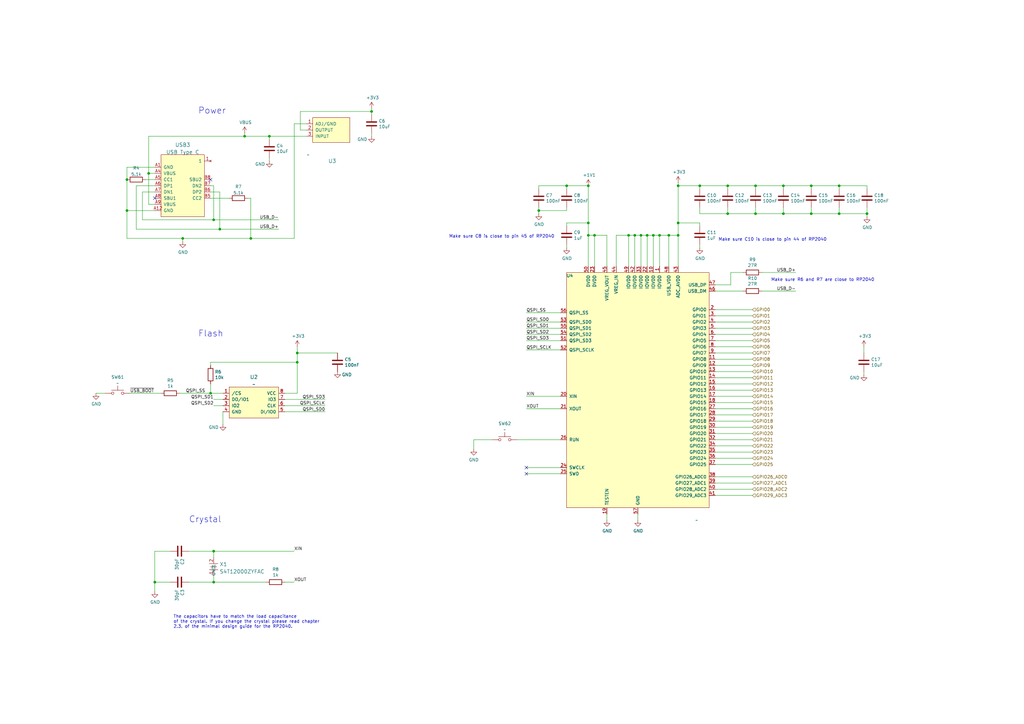
<source format=kicad_sch>
(kicad_sch (version 20230121) (generator eeschema)
  (paper "A3")
  (title_block (title "RP2040 Minimal Design for Keebs") (date "2022-12-18") (rev "2.0") (comment 1 "Original design by Adafruit") (comment 2 "Additional changes to use it as a reusable sheet for keyboard layouts") (comment 3 "https://datasheets.raspberrypi.com/rp2040/Minimal-KiCAD.zip"))
  (lib_symbols
    (symbol "Device:C" (pin_numbers hide) (pin_names (offset 0.254))
      (property "Reference" "C" (at 0.635 2.54 0))
      (property "Value" "C" (at 0.635 -2.54 0))
      (symbol "C_0_1"
        (polyline (pts (xy -2.032 -0.762) (xy 2.032 -0.762)) (stroke (width 0.508)))
        (polyline (pts (xy -2.032 0.762) (xy 2.032 0.762)) (stroke (width 0.508)))
      )
      (symbol "C_1_1"
        (pin passive line (at 0 3.81 270) (length 2.794) (name "~") (number "1"))
        (pin passive line (at 0 -3.81 90) (length 2.794) (name "~") (number "2"))
      )
    )
    (symbol "Device:R" (pin_numbers hide) (pin_names (offset 0))
      (property "Reference" "R" (at 2.032 0 90))
      (property "Value" "R" (at 0 0 90))
      (symbol "R_0_1"
        (rectangle (start -1.016 -2.54) (end 1.016 2.54) (stroke (width 0.254)))
      )
      (symbol "R_1_1"
        (pin passive line (at 0 3.81 270) (length 1.27) (name "~") (number "1"))
        (pin passive line (at 0 -3.81 90) (length 1.27) (name "~") (number "2"))
      )
    )
    (symbol "Switch:SW_Push" (pin_numbers hide) (pin_names (offset 1.016) hide)
      (property "Reference" "SW" (at 1.27 2.54 0))
      (property "Value" "SW_Push" (at 0 -1.524 0))
      (symbol "SW_Push_0_1"
        (circle (center -2.032 0) (radius 0.508))
        (polyline (pts (xy 0 1.27) (xy 0 3.048)))
        (polyline (pts (xy 2.54 1.27) (xy -2.54 1.27)))
        (circle (center 2.032 0) (radius 0.508))
        (pin passive line (at -5.08 0 0) (length 2.54) (name "1") (number "1"))
        (pin passive line (at 5.08 0 180) (length 2.54) (name "2") (number "2"))
      )
    )
    (symbol "power:+1V1" (power) (pin_names (offset 0))
      (property "Value" "+1V1" (at 0 3.556 0))
      (symbol "+1V1_0_1"
        (polyline (pts (xy -0.762 1.27) (xy 0 2.54)))
        (polyline (pts (xy 0 0) (xy 0 2.54)))
        (polyline (pts (xy 0 2.54) (xy 0.762 1.27)))
      )
      (symbol "+1V1_1_1"
        (pin power_in line (at 0 0 90) (length 0) hide (name "+1V1") (number "1"))
      )
    )
    (symbol "power:+3V3" (power) (pin_names (offset 0))
      (property "Value" "+3V3" (at 0 3.556 0))
      (symbol "+3V3_0_1"
        (polyline (pts (xy -0.762 1.27) (xy 0 2.54)))
        (polyline (pts (xy 0 0) (xy 0 2.54)))
        (polyline (pts (xy 0 2.54) (xy 0.762 1.27)))
      )
      (symbol "+3V3_1_1"
        (pin power_in line (at 0 0 90) (length 0) hide (name "+3V3") (number "1"))
      )
    )
    (symbol "power:GND" (power) (pin_names (offset 0))
      (property "Value" "GND" (at 0 -3.81 0))
      (symbol "GND_0_1"
        (polyline (pts (xy 0 0) (xy 0 -1.27) (xy 1.27 -1.27) (xy 0 -2.54) (xy -1.27 -1.27) (xy 0 -1.27)))
      )
      (symbol "GND_1_1"
        (pin power_in line (at 0 0 270) (length 0) hide (name "GND") (number "1"))
      )
    )
    (symbol "power:VBUS" (power) (pin_names (offset 0))
      (property "Value" "VBUS" (at 0 3.81 0))
      (symbol "VBUS_0_1"
        (polyline (pts (xy -0.762 1.27) (xy 0 2.54)))
        (polyline (pts (xy 0 0) (xy 0 2.54)))
        (polyline (pts (xy 0 2.54) (xy 0.762 1.27)))
      )
      (symbol "VBUS_1_1"
        (pin power_in line (at 0 0 90) (length 0) hide (name "VBUS") (number "1"))
      )
    )
    (symbol "simplyKeeb:NCP1117ST33T3G (Step Down)" (pin_names (offset 1.016))
      (property "Reference" "U?" (at 0 8.89 0))
      (property "Value" "NCP1117ST33T3G (Step Down)" (at 0 -8.89 0))
      (symbol "NCP1117ST33T3G (Step Down)_1_1"
        (rectangle (start -7.62 6.35) (end 7.62 -3.81) (fill (type background)))
        (pin power_in line (at -10.16 3.81 0) (length 2.54) (name "ADJ/GND") (number "1"))
        (pin power_out line (at -10.16 1.27 0) (length 2.54) (name "OUTPUT") (number "2"))
        (pin power_in line (at -10.16 -1.27 0) (length 2.54) (name "INPUT") (number "3"))
      )
    )
    (symbol "simplyKeeb:RP2040" (pin_names (offset 1.016))
      (property "Reference" "U?" (at 0 58.42 0))
      (property "Value" "RP2040" (at 0 -53.34 0))
      (symbol "RP2040_1_1"
        (rectangle (start -29.21 50.8) (end 29.21 -45.72) (fill (type background)))
        (pin input line (at 8.89 53.34 270) (length 2.54) (name "IOVDD") (number "1"))
        (pin input line (at 6.35 53.34 270) (length 2.54) (name "IOVDD") (number "10"))
        (pin bidirectional line (at 31.75 15.24 180) (length 2.54) (name "GPIO8") (number "11"))
        (pin bidirectional line (at 31.75 12.7 180) (length 2.54) (name "GPIO9") (number "12"))
        (pin bidirectional line (at 31.75 10.16 180) (length 2.54) (name "GPIO10") (number "13"))
        (pin bidirectional line (at 31.75 7.62 180) (length 2.54) (name "GPIO11") (number "14"))
        (pin bidirectional line (at 31.75 5.08 180) (length 2.54) (name "GPIO12") (number "15"))
        (pin bidirectional line (at 31.75 2.54 180) (length 2.54) (name "GPIO13") (number "16"))
        (pin bidirectional line (at 31.75 0 180) (length 2.54) (name "GPIO14") (number "17"))
        (pin bidirectional line (at 31.75 -2.54 180) (length 2.54) (name "GPIO15") (number "18"))
        (pin passive line (at -12.7 -48.26 90) (length 2.54) (name "TESTEN") (number "19"))
        (pin bidirectional line (at 31.75 35.56 180) (length 2.54) (name "GPIO0") (number "2"))
        (pin input line (at -31.75 0 0) (length 2.54) (name "XIN") (number "20"))
        (pin output line (at -31.75 -5.08 0) (length 2.54) (name "XOUT") (number "21"))
        (pin input line (at 3.81 53.34 270) (length 2.54) (name "IOVDD") (number "22"))
        (pin input line (at -17.78 53.34 270) (length 2.54) (name "DVDD") (number "23"))
        (pin output line (at -31.75 -29.21 0) (length 2.54) (name "SWCLK") (number "24"))
        (pin bidirectional line (at -31.75 -31.75 0) (length 2.54) (name "SWD") (number "25"))
        (pin input line (at -31.75 -17.78 0) (length 2.54) (name "RUN") (number "26"))
        (pin bidirectional line (at 31.75 -5.08 180) (length 2.54) (name "GPIO16") (number "27"))
        (pin bidirectional line (at 31.75 -7.62 180) (length 2.54) (name "GPIO17") (number "28"))
        (pin bidirectional line (at 31.75 -10.16 180) (length 2.54) (name "GPIO18") (number "29"))
        (pin bidirectional line (at 31.75 33.02 180) (length 2.54) (name "GPIO1") (number "3"))
        (pin bidirectional line (at 31.75 -12.7 180) (length 2.54) (name "GPIO19") (number "30"))
        (pin bidirectional line (at 31.75 -15.24 180) (length 2.54) (name "GPIO20") (number "31"))
        (pin bidirectional line (at 31.75 -17.78 180) (length 2.54) (name "GPIO21") (number "32"))
        (pin input line (at 1.27 53.34 270) (length 2.54) (name "IOVDD") (number "33"))
        (pin bidirectional line (at 31.75 -20.32 180) (length 2.54) (name "GPIO22") (number "34"))
        (pin bidirectional line (at 31.75 -22.86 180) (length 2.54) (name "GPIO23") (number "35"))
        (pin bidirectional line (at 31.75 -25.4 180) (length 2.54) (name "GPIO24") (number "36"))
        (pin bidirectional line (at 31.75 -27.94 180) (length 2.54) (name "GPIO25") (number "37"))
        (pin bidirectional line (at 31.75 -33.02 180) (length 2.54) (name "GPIO26_ADC0") (number "38"))
        (pin bidirectional line (at 31.75 -35.56 180) (length 2.54) (name "GPIO27_ADC1") (number "39"))
        (pin bidirectional line (at 31.75 30.48 180) (length 2.54) (name "GPIO2") (number "4"))
        (pin bidirectional line (at 31.75 -38.1 180) (length 2.54) (name "GPIO28_ADC2") (number "40"))
        (pin bidirectional line (at 31.75 -40.64 180) (length 2.54) (name "GPIO29_ADC3") (number "41"))
        (pin input line (at -1.27 53.34 270) (length 2.54) (name "IOVDD") (number "42"))
        (pin input line (at 16.51 53.34 270) (length 2.54) (name "ADC_AVDD") (number "43"))
        (pin input line (at -8.89 53.34 270) (length 2.54) (name "VREG_IN") (number "44"))
        (pin input line (at -12.7 53.34 270) (length 2.54) (name "VREG_VOUT") (number "45"))
        (pin bidirectional line (at 31.75 43.18 180) (length 2.54) (name "USB_DM") (number "46"))
        (pin bidirectional line (at 31.75 45.72 180) (length 2.54) (name "USB_DP") (number "47"))
        (pin input line (at 12.7 53.34 270) (length 2.54) (name "USB_VDD") (number "48"))
        (pin input line (at -3.81 53.34 270) (length 2.54) (name "IOVDD") (number "49"))
        (pin bidirectional line (at 31.75 27.94 180) (length 2.54) (name "GPIO3") (number "5"))
        (pin input line (at -20.32 53.34 270) (length 2.54) (name "DVDD") (number "50"))
        (pin bidirectional line (at -31.75 22.86 0) (length 2.54) (name "QSPI_SD3") (number "51"))
        (pin output line (at -31.75 19.05 0) (length 2.54) (name "QSPI_SCLK") (number "52"))
        (pin bidirectional line (at -31.75 30.48 0) (length 2.54) (name "QSPI_SD0") (number "53"))
        (pin bidirectional line (at -31.75 25.4 0) (length 2.54) (name "QSPI_SD2") (number "54"))
        (pin bidirectional line (at -31.75 27.94 0) (length 2.54) (name "QSPI_SD1") (number "55"))
        (pin bidirectional line (at -31.75 34.29 0) (length 2.54) (name "QSPI_SS") (number "56"))
        (pin power_in line (at 0 -48.26 90) (length 2.54) (name "GND") (number "57"))
        (pin bidirectional line (at 31.75 25.4 180) (length 2.54) (name "GPIO4") (number "6"))
        (pin bidirectional line (at 31.75 22.86 180) (length 2.54) (name "GPIO5") (number "7"))
        (pin bidirectional line (at 31.75 20.32 180) (length 2.54) (name "GPIO6") (number "8"))
        (pin bidirectional line (at 31.75 17.78 180) (length 2.54) (name "GPIO7") (number "9"))
      )
    )
    (symbol "simplyKeeb:S4T12000ZYFAC (Crystal)" (pin_names (offset 1.016))
      (property "Reference" "X?" (at 0 5.08 0))
      (property "Value" "S4T12000ZYFAC (Crystal)" (at 0 -5.08 0))
      (symbol "S4T12000ZYFAC (Crystal)_1_1"
        (polyline (pts (xy -1.27 -1.778) (xy -1.27 1.778)))
        (polyline (pts (xy 1.27 -1.778) (xy 1.27 1.778)))
        (rectangle (start 0 1.27) (end 0 -1.27) (fill (type background)))
        (pin input line (at -3.81 0 0) (length 2.54) (name "1") (number "1"))
        (pin input line (at 3.81 0 180) (length 2.54) (name "GND") (number "2"))
      )
    )
    (symbol "simplyKeeb:USB Type C" (pin_names (offset 1.016))
      (property "Reference" "USB?" (at 0 16.51 0))
      (property "Value" "USB Type C" (at 0 -13.97 0))
      (symbol "USB Type C_1_1"
        (rectangle (start -8.89 13.97) (end 8.89 -11.43) (fill (type background)))
        (pin no_connect line (at 11.43 11.43 180) (length 2.54) (name "1") (number "1"))
        (pin power_in line (at -11.43 8.89 0) (length 2.54) (name "GND") (number "A1"))
        (pin power_in line (at -11.43 -8.89 0) (length 2.54) (name "GND") (number "A12"))
        (pin power_in line (at -11.43 6.35 0) (length 2.54) (name "VBUS") (number "A4"))
        (pin output line (at -11.43 3.81 0) (length 2.54) (name "CC1") (number "A5"))
        (pin bidirectional line (at -11.43 1.27 0) (length 2.54) (name "DP1") (number "A6"))
        (pin bidirectional line (at -11.43 -1.27 0) (length 2.54) (name "DN1") (number "A7"))
        (pin bidirectional line (at -11.43 -3.81 0) (length 2.54) (name "SBU1") (number "A8"))
        (pin power_in line (at -11.43 -6.35 0) (length 2.54) (name "VBUS") (number "A9"))
        (pin output line (at 11.43 -3.81 180) (length 2.54) (name "CC2") (number "B5"))
        (pin bidirectional line (at 11.43 -1.27 180) (length 2.54) (name "DP2") (number "B6"))
        (pin bidirectional line (at 11.43 1.27 180) (length 2.54) (name "DN2") (number "B7"))
        (pin bidirectional line (at 11.43 3.81 180) (length 2.54) (name "SBU2") (number "B8"))
      )
    )
    (symbol "simplyKeeb:W25Q16JVSSIQ (Flash)" (pin_names (offset 1.016))
      (property "Reference" "U?" (at 0 8.89 0))
      (property "Value" "W25Q16JVSSIQ (Flash)" (at 0 -8.89 0))
      (symbol "W25Q16JVSSIQ (Flash)_1_1"
        (rectangle (start -10.16 6.35) (end 10.16 -6.35) (fill (type background)))
        (pin bidirectional line (at -12.7 3.81 0) (length 2.54) (name "/CS") (number "1"))
        (pin bidirectional line (at -12.7 1.27 0) (length 2.54) (name "DO/IO1") (number "2"))
        (pin bidirectional line (at -12.7 -1.27 0) (length 2.54) (name "IO2") (number "3"))
        (pin power_in line (at -12.7 -3.81 0) (length 2.54) (name "GND") (number "4"))
        (pin bidirectional line (at 12.7 -3.81 180) (length 2.54) (name "DI/IO0") (number "5"))
        (pin bidirectional line (at 12.7 -1.27 180) (length 2.54) (name "CLK") (number "6"))
        (pin bidirectional line (at 12.7 1.27 180) (length 2.54) (name "IO3") (number "7"))
        (pin power_in line (at 12.7 3.81 180) (length 2.54) (name "VCC") (number "8"))
      )
    )
  )
  (junction (at 243.84 96.52))
  (junction (at 344.17 87.63))
  (junction (at 321.31 87.63))
  (junction (at 241.3 96.52))
  (junction (at 232.41 76.2))
  (junction (at 102.87 97.79))
  (junction (at 87.63 90.17))
  (junction (at 309.88 87.63))
  (junction (at 121.92 148.59))
  (junction (at 298.45 76.2))
  (junction (at 355.6 87.63))
  (junction (at 262.89 96.52))
  (junction (at 332.74 76.2))
  (junction (at 298.45 87.63))
  (junction (at 152.4 45.72))
  (junction (at 90.17 93.98))
  (junction (at 332.74 87.63))
  (junction (at 278.13 91.44))
  (junction (at 110.49 55.88))
  (junction (at 121.92 144.78))
  (junction (at 265.43 96.52))
  (junction (at 86.36 161.29))
  (junction (at 87.63 238.76))
  (junction (at 344.17 76.2))
  (junction (at 63.5 238.76))
  (junction (at 220.98 86.36))
  (junction (at 257.81 96.52))
  (junction (at 60.96 71.12))
  (junction (at 270.51 96.52))
  (junction (at 241.3 91.44))
  (junction (at 278.13 96.52))
  (junction (at 100.33 55.88))
  (junction (at 52.07 86.36))
  (junction (at 321.31 76.2))
  (junction (at 87.63 226.06))
  (junction (at 52.07 73.66))
  (junction (at 309.88 76.2))
  (junction (at 287.02 76.2))
  (junction (at 267.97 96.52))
  (junction (at 74.93 97.79))
  (junction (at 278.13 76.2))
  (junction (at 260.35 96.52))
  (junction (at 274.32 96.52))
  (junction (at 241.3 76.2))
  (no_connect (at 63.5 81.28))
  (no_connect (at 215.9 194.31))
  (no_connect (at 215.9 191.77))
  (no_connect (at 86.36 73.66))
  (wire (pts (xy 243.84 96.52) (xy 241.3 96.52)))
  (wire (pts (xy 260.35 96.52) (xy 262.89 96.52)))
  (wire (pts (xy 220.98 85.09) (xy 220.98 86.36)))
  (wire (pts (xy 123.19 45.72) (xy 152.4 45.72)))
  (wire (pts (xy 293.37 175.26) (xy 308.61 175.26)))
  (wire (pts (xy 248.92 96.52) (xy 243.84 96.52)))
  (wire (pts (xy 293.37 170.18) (xy 308.61 170.18)))
  (wire (pts (xy 101.6 81.28) (xy 102.87 81.28)))
  (wire (pts (xy 52.07 86.36) (xy 63.5 86.36)))
  (wire (pts (xy 63.5 83.82) (xy 60.96 83.82)))
  (wire (pts (xy 293.37 132.08) (xy 308.61 132.08)))
  (wire (pts (xy 87.63 226.06) (xy 120.65 226.06)))
  (wire (pts (xy 321.31 77.47) (xy 321.31 76.2)))
  (wire (pts (xy 194.31 180.34) (xy 194.31 184.15)))
  (wire (pts (xy 252.73 109.22) (xy 252.73 96.52)))
  (wire (pts (xy 116.84 161.29) (xy 121.92 161.29)))
  (wire (pts (xy 270.51 96.52) (xy 270.51 109.22)))
  (wire (pts (xy 293.37 162.56) (xy 308.61 162.56)))
  (wire (pts (xy 86.36 78.74) (xy 90.17 78.74)))
  (wire (pts (xy 299.72 111.76) (xy 299.72 116.84)))
  (wire (pts (xy 52.07 86.36) (xy 52.07 97.79)))
  (wire (pts (xy 86.36 157.48) (xy 86.36 161.29)))
  (wire (pts (xy 87.63 163.83) (xy 91.44 163.83)))
  (wire (pts (xy 257.81 96.52) (xy 260.35 96.52)))
  (wire (pts (xy 215.9 134.62) (xy 229.87 134.62)))
  (wire (pts (xy 261.62 210.82) (xy 261.62 213.36)))
  (wire (pts (xy 241.3 76.2) (xy 241.3 91.44)))
  (wire (pts (xy 354.33 142.24) (xy 354.33 144.78)))
  (wire (pts (xy 278.13 76.2) (xy 287.02 76.2)))
  (wire (pts (xy 229.87 143.51) (xy 215.9 143.51)))
  (wire (pts (xy 110.49 57.15) (xy 110.49 55.88)))
  (wire (pts (xy 274.32 109.22) (xy 274.32 96.52)))
  (wire (pts (xy 293.37 134.62) (xy 308.61 134.62)))
  (wire (pts (xy 121.92 148.59) (xy 121.92 161.29)))
  (wire (pts (xy 287.02 92.71) (xy 287.02 91.44)))
  (wire (pts (xy 74.93 97.79) (xy 74.93 99.06)))
  (wire (pts (xy 293.37 160.02) (xy 308.61 160.02)))
  (wire (pts (xy 287.02 100.33) (xy 287.02 101.6)))
  (wire (pts (xy 87.63 226.06) (xy 87.63 228.6)))
  (wire (pts (xy 293.37 154.94) (xy 308.61 154.94)))
  (wire (pts (xy 86.36 148.59) (xy 121.92 148.59)))
  (wire (pts (xy 344.17 87.63) (xy 332.74 87.63)))
  (wire (pts (xy 86.36 161.29) (xy 91.44 161.29)))
  (wire (pts (xy 121.92 144.78) (xy 138.43 144.78)))
  (wire (pts (xy 125.73 53.34) (xy 123.19 53.34)))
  (wire (pts (xy 229.87 167.64) (xy 215.9 167.64)))
  (wire (pts (xy 87.63 238.76) (xy 109.22 238.76)))
  (wire (pts (xy 321.31 85.09) (xy 321.31 87.63)))
  (wire (pts (xy 293.37 129.54) (xy 308.61 129.54)))
  (wire (pts (xy 278.13 91.44) (xy 278.13 96.52)))
  (wire (pts (xy 52.07 68.58) (xy 52.07 73.66)))
  (wire (pts (xy 260.35 109.22) (xy 260.35 96.52)))
  (wire (pts (xy 298.45 77.47) (xy 298.45 76.2)))
  (wire (pts (xy 55.88 76.2) (xy 55.88 93.98)))
  (wire (pts (xy 248.92 109.22) (xy 248.92 96.52)))
  (wire (pts (xy 58.42 78.74) (xy 58.42 90.17)))
  (wire (pts (xy 232.41 91.44) (xy 241.3 91.44)))
  (wire (pts (xy 152.4 45.72) (xy 152.4 44.45)))
  (wire (pts (xy 293.37 165.1) (xy 308.61 165.1)))
  (wire (pts (xy 152.4 46.99) (xy 152.4 45.72)))
  (wire (pts (xy 52.07 73.66) (xy 52.07 86.36)))
  (wire (pts (xy 116.84 238.76) (xy 120.65 238.76)))
  (wire (pts (xy 120.65 50.8) (xy 125.73 50.8)))
  (wire (pts (xy 232.41 77.47) (xy 232.41 76.2)))
  (wire (pts (xy 257.81 109.22) (xy 257.81 96.52)))
  (wire (pts (xy 63.5 78.74) (xy 58.42 78.74)))
  (wire (pts (xy 116.84 163.83) (xy 133.35 163.83)))
  (wire (pts (xy 63.5 226.06) (xy 63.5 238.76)))
  (wire (pts (xy 293.37 180.34) (xy 308.61 180.34)))
  (wire (pts (xy 90.17 78.74) (xy 90.17 93.98)))
  (wire (pts (xy 220.98 77.47) (xy 220.98 76.2)))
  (wire (pts (xy 344.17 85.09) (xy 344.17 87.63)))
  (wire (pts (xy 215.9 162.56) (xy 229.87 162.56)))
  (wire (pts (xy 293.37 198.12) (xy 308.61 198.12)))
  (wire (pts (xy 293.37 116.84) (xy 299.72 116.84)))
  (wire (pts (xy 220.98 76.2) (xy 232.41 76.2)))
  (wire (pts (xy 87.63 166.37) (xy 91.44 166.37)))
  (wire (pts (xy 87.63 90.17) (xy 114.3 90.17)))
  (wire (pts (xy 63.5 238.76) (xy 63.5 242.57)))
  (wire (pts (xy 267.97 109.22) (xy 267.97 96.52)))
  (wire (pts (xy 298.45 85.09) (xy 298.45 87.63)))
  (wire (pts (xy 86.36 76.2) (xy 87.63 76.2)))
  (wire (pts (xy 262.89 109.22) (xy 262.89 96.52)))
  (wire (pts (xy 229.87 191.77) (xy 215.9 191.77)))
  (wire (pts (xy 274.32 96.52) (xy 278.13 96.52)))
  (wire (pts (xy 293.37 195.58) (xy 308.61 195.58)))
  (wire (pts (xy 298.45 87.63) (xy 287.02 87.63)))
  (wire (pts (xy 63.5 76.2) (xy 55.88 76.2)))
  (wire (pts (xy 69.85 226.06) (xy 63.5 226.06)))
  (wire (pts (xy 60.96 55.88) (xy 100.33 55.88)))
  (wire (pts (xy 312.42 111.76) (xy 326.39 111.76)))
  (wire (pts (xy 69.85 238.76) (xy 63.5 238.76)))
  (wire (pts (xy 252.73 96.52) (xy 257.81 96.52)))
  (wire (pts (xy 215.9 132.08) (xy 229.87 132.08)))
  (wire (pts (xy 293.37 177.8) (xy 308.61 177.8)))
  (wire (pts (xy 220.98 86.36) (xy 232.41 86.36)))
  (wire (pts (xy 215.9 137.16) (xy 229.87 137.16)))
  (wire (pts (xy 232.41 100.33) (xy 232.41 101.6)))
  (wire (pts (xy 100.33 55.88) (xy 110.49 55.88)))
  (wire (pts (xy 293.37 203.2) (xy 308.61 203.2)))
  (wire (pts (xy 110.49 64.77) (xy 110.49 66.04)))
  (wire (pts (xy 102.87 81.28) (xy 102.87 97.79)))
  (wire (pts (xy 77.47 226.06) (xy 87.63 226.06)))
  (wire (pts (xy 293.37 182.88) (xy 308.61 182.88)))
  (wire (pts (xy 123.19 45.72) (xy 123.19 53.34)))
  (wire (pts (xy 39.37 161.29) (xy 43.18 161.29)))
  (wire (pts (xy 293.37 157.48) (xy 308.61 157.48)))
  (wire (pts (xy 77.47 238.76) (xy 87.63 238.76)))
  (wire (pts (xy 60.96 71.12) (xy 60.96 55.88)))
  (wire (pts (xy 229.87 128.27) (xy 215.9 128.27)))
  (wire (pts (xy 116.84 168.91) (xy 133.35 168.91)))
  (wire (pts (xy 355.6 77.47) (xy 355.6 76.2)))
  (wire (pts (xy 293.37 172.72) (xy 308.61 172.72)))
  (wire (pts (xy 63.5 71.12) (xy 60.96 71.12)))
  (wire (pts (xy 241.3 91.44) (xy 241.3 96.52)))
  (wire (pts (xy 344.17 87.63) (xy 355.6 87.63)))
  (wire (pts (xy 229.87 194.31) (xy 215.9 194.31)))
  (wire (pts (xy 312.42 119.38) (xy 326.39 119.38)))
  (wire (pts (xy 90.17 93.98) (xy 114.3 93.98)))
  (wire (pts (xy 232.41 76.2) (xy 241.3 76.2)))
  (wire (pts (xy 293.37 185.42) (xy 308.61 185.42)))
  (wire (pts (xy 66.04 161.29) (xy 53.34 161.29)))
  (wire (pts (xy 332.74 76.2) (xy 344.17 76.2)))
  (wire (pts (xy 270.51 96.52) (xy 274.32 96.52)))
  (wire (pts (xy 354.33 152.4) (xy 354.33 153.67)))
  (wire (pts (xy 91.44 168.91) (xy 91.44 173.99)))
  (wire (pts (xy 344.17 76.2) (xy 355.6 76.2)))
  (wire (pts (xy 267.97 96.52) (xy 270.51 96.52)))
  (wire (pts (xy 60.96 71.12) (xy 60.96 83.82)))
  (wire (pts (xy 73.66 161.29) (xy 86.36 161.29)))
  (wire (pts (xy 121.92 144.78) (xy 121.92 148.59)))
  (wire (pts (xy 87.63 76.2) (xy 87.63 90.17)))
  (wire (pts (xy 243.84 109.22) (xy 243.84 96.52)))
  (wire (pts (xy 86.36 148.59) (xy 86.36 149.86)))
  (wire (pts (xy 293.37 152.4) (xy 308.61 152.4)))
  (wire (pts (xy 332.74 85.09) (xy 332.74 87.63)))
  (wire (pts (xy 278.13 91.44) (xy 287.02 91.44)))
  (wire (pts (xy 293.37 149.86) (xy 308.61 149.86)))
  (wire (pts (xy 262.89 96.52) (xy 265.43 96.52)))
  (wire (pts (xy 152.4 54.61) (xy 152.4 55.88)))
  (wire (pts (xy 293.37 190.5) (xy 308.61 190.5)))
  (wire (pts (xy 355.6 85.09) (xy 355.6 87.63)))
  (wire (pts (xy 287.02 85.09) (xy 287.02 87.63)))
  (wire (pts (xy 100.33 54.61) (xy 100.33 55.88)))
  (wire (pts (xy 241.3 96.52) (xy 241.3 109.22)))
  (wire (pts (xy 293.37 144.78) (xy 308.61 144.78)))
  (wire (pts (xy 321.31 87.63) (xy 309.88 87.63)))
  (wire (pts (xy 110.49 55.88) (xy 125.73 55.88)))
  (wire (pts (xy 293.37 167.64) (xy 308.61 167.64)))
  (wire (pts (xy 309.88 87.63) (xy 298.45 87.63)))
  (wire (pts (xy 248.92 210.82) (xy 248.92 213.36)))
  (wire (pts (xy 287.02 77.47) (xy 287.02 76.2)))
  (wire (pts (xy 332.74 77.47) (xy 332.74 76.2)))
  (wire (pts (xy 102.87 97.79) (xy 120.65 97.79)))
  (wire (pts (xy 86.36 81.28) (xy 93.98 81.28)))
  (wire (pts (xy 87.63 236.22) (xy 87.63 238.76)))
  (wire (pts (xy 293.37 139.7) (xy 308.61 139.7)))
  (wire (pts (xy 58.42 90.17) (xy 87.63 90.17)))
  (wire (pts (xy 293.37 137.16) (xy 308.61 137.16)))
  (wire (pts (xy 74.93 97.79) (xy 102.87 97.79)))
  (wire (pts (xy 278.13 76.2) (xy 278.13 91.44)))
  (wire (pts (xy 293.37 142.24) (xy 308.61 142.24)))
  (wire (pts (xy 215.9 139.7) (xy 229.87 139.7)))
  (wire (pts (xy 212.09 180.34) (xy 229.87 180.34)))
  (wire (pts (xy 278.13 74.93) (xy 278.13 76.2)))
  (wire (pts (xy 299.72 111.76) (xy 304.8 111.76)))
  (wire (pts (xy 120.65 50.8) (xy 120.65 97.79)))
  (wire (pts (xy 344.17 77.47) (xy 344.17 76.2)))
  (wire (pts (xy 355.6 87.63) (xy 355.6 88.9)))
  (wire (pts (xy 293.37 187.96) (xy 308.61 187.96)))
  (wire (pts (xy 55.88 93.98) (xy 90.17 93.98)))
  (wire (pts (xy 332.74 87.63) (xy 321.31 87.63)))
  (wire (pts (xy 265.43 96.52) (xy 267.97 96.52)))
  (wire (pts (xy 121.92 142.24) (xy 121.92 144.78)))
  (wire (pts (xy 116.84 166.37) (xy 133.35 166.37)))
  (wire (pts (xy 278.13 96.52) (xy 278.13 109.22)))
  (wire (pts (xy 321.31 76.2) (xy 332.74 76.2)))
  (wire (pts (xy 309.88 76.2) (xy 321.31 76.2)))
  (wire (pts (xy 309.88 85.09) (xy 309.88 87.63)))
  (wire (pts (xy 293.37 147.32) (xy 308.61 147.32)))
  (wire (pts (xy 293.37 200.66) (xy 308.61 200.66)))
  (wire (pts (xy 220.98 86.36) (xy 220.98 87.63)))
  (wire (pts (xy 194.31 180.34) (xy 201.93 180.34)))
  (wire (pts (xy 59.69 73.66) (xy 63.5 73.66)))
  (wire (pts (xy 232.41 86.36) (xy 232.41 85.09)))
  (wire (pts (xy 52.07 97.79) (xy 74.93 97.79)))
  (wire (pts (xy 232.41 92.71) (xy 232.41 91.44)))
  (wire (pts (xy 309.88 77.47) (xy 309.88 76.2)))
  (wire (pts (xy 293.37 119.38) (xy 304.8 119.38)))
  (wire (pts (xy 298.45 76.2) (xy 309.88 76.2)))
  (wire (pts (xy 265.43 109.22) (xy 265.43 96.52)))
  (wire (pts (xy 287.02 76.2) (xy 298.45 76.2)))
  (wire (pts (xy 293.37 127) (xy 308.61 127)))
  (wire (pts (xy 52.07 68.58) (xy 63.5 68.58)))
  (text "Make sure C10 is close to pin 44 of RP2040" (at 294.64 99.06 0) (effects (font (size 1.27 1.27)) (justify left bottom)))
  (text "The capacitors have to match the load capacitance\nof the crystal. If you change the crystal please read chapter\n2.3. of the minimal design guide for the RP2040." (at 71.12 257.81 0) (effects (font (size 1.27 1.27)) (justify left bottom)))
  (text "Power" (at 81.28 46.99 0) (effects (font (size 2.54 2.54)) (justify left bottom)))
  (text "Crystal" (at 77.47 214.63 0) (effects (font (size 2.54 2.54)) (justify left bottom)))
  (text "Make sure C8 is close to pin 45 of RP2040" (at 184.15 97.79 0) (effects (font (size 1.27 1.27)) (justify left bottom)))
  (text "Flash" (at 81.28 138.43 0) (effects (font (size 2.54 2.54)) (justify left bottom)))
  (text "Make sure R6 and R7 are close to RP2040" (at 316.23 115.57 0) (effects (font (size 1.27 1.27)) (justify left bottom)))
  (label "XIN" (at 120.65 226.06 0))
  (label "XOUT" (at 215.9 167.64 0))
  (label "USB_D-" (at 326.39 119.38 180))
  (label "QSPI_SD2" (at 215.9 137.16 0))
  (label "USB_D+" (at 114.3 93.98 180))
  (label "QSPI_SD2" (at 87.63 166.37 180))
  (label "QSPI_SS" (at 215.9 128.27 0))
  (label "QSPI_SCLK" (at 133.35 166.37 180))
  (label "~{USB_BOOT}" (at 53.34 161.29 0))
  (label "QSPI_SD1" (at 215.9 134.62 0))
  (label "USB_D-" (at 114.3 90.17 180))
  (label "QSPI_SD1" (at 87.63 163.83 180))
  (label "QSPI_SD0" (at 133.35 168.91 180))
  (label "QSPI_SD3" (at 133.35 163.83 180))
  (label "QSPI_SD3" (at 215.9 139.7 0))
  (label "XIN" (at 215.9 162.56 0))
  (label "QSPI_SD0" (at 215.9 132.08 0))
  (label "USB_D+" (at 326.39 111.76 180))
  (label "QSPI_SS" (at 76.2 161.29 0))
  (label "QSPI_SCLK" (at 215.9 143.51 0))
  (label "XOUT" (at 120.65 238.76 0))
  (hierarchical_label "GPIO28_ADC2" (shape input) (at 308.61 200.66 0))
  (hierarchical_label "GPIO18" (shape input) (at 308.61 172.72 0))
  (hierarchical_label "GPIO14" (shape input) (at 308.61 162.56 0))
  (hierarchical_label "GPIO10" (shape input) (at 308.61 152.4 0))
  (hierarchical_label "GPIO1" (shape input) (at 308.61 129.54 0))
  (hierarchical_label "GPIO2" (shape input) (at 308.61 132.08 0))
  (hierarchical_label "GPIO20" (shape input) (at 308.61 177.8 0))
  (hierarchical_label "GPIO11" (shape input) (at 308.61 154.94 0))
  (hierarchical_label "GPIO16" (shape input) (at 308.61 167.64 0))
  (hierarchical_label "GPIO12" (shape input) (at 308.61 157.48 0))
  (hierarchical_label "GPIO3" (shape input) (at 308.61 134.62 0))
  (hierarchical_label "GPIO8" (shape input) (at 308.61 147.32 0))
  (hierarchical_label "GPIO9" (shape input) (at 308.61 149.86 0))
  (hierarchical_label "GPIO15" (shape input) (at 308.61 165.1 0))
  (hierarchical_label "GPIO7" (shape input) (at 308.61 144.78 0))
  (hierarchical_label "GPIO27_ADC1" (shape input) (at 308.61 198.12 0))
  (hierarchical_label "GPIO6" (shape input) (at 308.61 142.24 0))
  (hierarchical_label "GPIO22" (shape input) (at 308.61 182.88 0))
  (hierarchical_label "GPIO23" (shape input) (at 308.61 185.42 0))
  (hierarchical_label "GPIO21" (shape input) (at 308.61 180.34 0))
  (hierarchical_label "GPIO25" (shape input) (at 308.61 190.5 0))
  (hierarchical_label "GPIO0" (shape input) (at 308.61 127 0))
  (hierarchical_label "GPIO17" (shape input) (at 308.61 170.18 0))
  (hierarchical_label "GPIO19" (shape input) (at 308.61 175.26 0))
  (hierarchical_label "GPIO5" (shape input) (at 308.61 139.7 0))
  (hierarchical_label "GPIO26_ADC0" (shape input) (at 308.61 195.58 0))
  (hierarchical_label "GPIO4" (shape input) (at 308.61 137.16 0))
  (hierarchical_label "GPIO24" (shape input) (at 308.61 187.96 0))
  (hierarchical_label "GPIO29_ADC3" (shape input) (at 308.61 203.2 0))
  (hierarchical_label "GPIO13" (shape input) (at 308.61 160.02 0))
  (symbol (lib_id "simplyKeeb:RP2040") (at 261.62 162.56 0) (unit 1)
    (property "Reference" "U4" (at 233.68 113.03 0))
    (property "Value" "~" (at 285.75 213.36 0))
    (property "Footprint" "simplyKeeb:RP2040" (effects hide))
    (property "Manufacturer" "Raspberry Pi" (effects hide))
    (property "LCSC" "C2040" (effects hide))
    (property "JLC Part" "Extended Part" (effects hide))
    (property "LCSC Part" "C2040" (effects hide))
  )
  (symbol (lib_id "Device:C") (at 73.66 238.76 270) (unit 1)
    (property "Reference" "C3" (at 74.8284 241.681 0) (effects (justify left)))
    (property "Value" "30pF" (at 72.517 241.681 0) (effects (justify left)))
    (property "Footprint" "Capacitor_SMD:C_0402_1005Metric" (effects hide))
  )
  (symbol (lib_id "Device:C") (at 73.66 226.06 270) (unit 1)
    (property "Reference" "C2" (at 74.8284 228.981 0) (effects (justify left)))
    (property "Value" "30pF" (at 72.517 228.981 0) (effects (justify left)))
    (property "Footprint" "Capacitor_SMD:C_0402_1005Metric" (effects hide))
  )
  (symbol (lib_id "power:GND") (at 63.5 242.57 0) (unit 1)
    (property "Reference" "#PWR012" (effects hide))
    (property "Value" "GND" (at 63.627 246.9642 0))
  )
  (symbol (lib_id "power:+3V3") (at 121.92 142.24 0) (unit 1)
    (property "Reference" "#PWR017" (effects hide))
    (property "Value" "+3V3" (at 122.301 137.8458 0))
  )
  (symbol (lib_id "power:GND") (at 91.44 173.99 0) (unit 1)
    (property "Reference" "#PWR014" (effects hide))
    (property "Value" "GND" (at 87.63 175.26 0))
  )
  (symbol (lib_id "Device:R") (at 86.36 153.67 0) (unit 1)
    (property "Reference" "R6" (at 88.138 152.5016 0) (effects (justify left)))
    (property "Value" "10k" (at 88.138 154.813 0) (effects (justify left)))
    (property "Footprint" "Resistor_SMD:R_0402_1005Metric" (effects hide))
  )
  (symbol (lib_id "Device:R") (at 69.85 161.29 270) (unit 1)
    (property "Reference" "R5" (at 69.85 156.0322 90))
    (property "Value" "1k" (at 69.85 158.3436 90))
    (property "Footprint" "Resistor_SMD:R_0402_1005Metric" (effects hide))
  )
  (symbol (lib_id "Device:C") (at 138.43 148.59 0) (unit 1)
    (property "Reference" "C5" (at 141.351 147.4216 0) (effects (justify left)))
    (property "Value" "100nF" (at 141.351 149.733 0) (effects (justify left)))
    (property "Footprint" "Capacitor_SMD:C_0402_1005Metric" (effects hide))
  )
  (symbol (lib_id "power:GND") (at 138.43 152.4 0) (unit 1)
    (property "Reference" "#PWR018" (effects hide))
    (property "Value" "~" (at 142.24 153.67 0))
  )
  (symbol (lib_id "power:GND") (at 261.62 213.36 0) (unit 1)
    (property "Reference" "#PWR026" (effects hide))
    (property "Value" "GND" (at 261.747 217.7542 0))
  )
  (symbol (lib_id "power:GND") (at 248.92 213.36 0) (unit 1)
    (property "Reference" "#PWR025" (effects hide))
    (property "Value" "GND" (at 249.047 217.7542 0))
  )
  (symbol (lib_id "Device:R") (at 308.61 111.76 270) (unit 1)
    (property "Reference" "R9" (at 308.61 106.5022 90))
    (property "Value" "27R" (at 308.61 108.8136 90))
    (property "Footprint" "Resistor_SMD:R_0402_1005Metric" (effects hide))
    (property "LCSC" "C25100" (effects hide))
  )
  (symbol (lib_id "Device:R") (at 308.61 119.38 270) (unit 1)
    (property "Reference" "R10" (at 308.61 114.1222 90))
    (property "Value" "27R" (at 308.61 116.4336 90))
    (property "Footprint" "Resistor_SMD:R_0402_1005Metric" (effects hide))
    (property "LCSC" "C25100" (effects hide))
  )
  (symbol (lib_id "power:GND") (at 74.93 99.06 0) (unit 1)
    (property "Reference" "#PWR013" (effects hide))
    (property "Value" "GND" (at 75.057 103.4542 0))
  )
  (symbol (lib_id "power:+3V3") (at 278.13 74.93 0) (unit 1)
    (property "Reference" "#PWR027" (effects hide))
    (property "Value" "+3V3" (at 278.511 70.5358 0))
  )
  (symbol (lib_id "Device:C") (at 287.02 81.28 0) (unit 1)
    (property "Reference" "C10" (at 289.941 80.1116 0) (effects (justify left)))
    (property "Value" "100nF" (at 289.941 82.423 0) (effects (justify left)))
    (property "Footprint" "Capacitor_SMD:C_0402_1005Metric" (effects hide))
    (property "LCSC" "C83056" (effects hide))
  )
  (symbol (lib_id "Device:C") (at 298.45 81.28 0) (unit 1)
    (property "Reference" "C12" (at 301.371 80.1116 0) (effects (justify left)))
    (property "Value" "100nF" (at 301.371 82.423 0) (effects (justify left)))
    (property "Footprint" "Capacitor_SMD:C_0402_1005Metric" (effects hide))
    (property "LCSC" "C83056" (effects hide))
  )
  (symbol (lib_id "Device:C") (at 309.88 81.28 0) (unit 1)
    (property "Reference" "C13" (at 312.801 80.1116 0) (effects (justify left)))
    (property "Value" "100nF" (at 312.801 82.423 0) (effects (justify left)))
    (property "Footprint" "Capacitor_SMD:C_0402_1005Metric" (effects hide))
    (property "LCSC" "C83056" (effects hide))
  )
  (symbol (lib_id "Device:C") (at 321.31 81.28 0) (unit 1)
    (property "Reference" "C14" (at 324.231 80.1116 0) (effects (justify left)))
    (property "Value" "100nF" (at 324.231 82.423 0) (effects (justify left)))
    (property "Footprint" "Capacitor_SMD:C_0402_1005Metric" (effects hide))
    (property "LCSC" "C83056" (effects hide))
  )
  (symbol (lib_id "Device:C") (at 332.74 81.28 0) (unit 1)
    (property "Reference" "C15" (at 335.661 80.1116 0) (effects (justify left)))
    (property "Value" "100nF" (at 335.661 82.423 0) (effects (justify left)))
    (property "Footprint" "Capacitor_SMD:C_0402_1005Metric" (effects hide))
    (property "LCSC" "C83056" (effects hide))
  )
  (symbol (lib_id "Device:C") (at 344.17 81.28 0) (unit 1)
    (property "Reference" "C16" (at 347.091 80.1116 0) (effects (justify left)))
    (property "Value" "100nF" (at 347.091 82.423 0) (effects (justify left)))
    (property "Footprint" "Capacitor_SMD:C_0402_1005Metric" (effects hide))
    (property "LCSC" "C83056" (effects hide))
  )
  (symbol (lib_id "Device:C") (at 355.6 81.28 0) (unit 1)
    (property "Reference" "C18" (at 358.521 80.1116 0) (effects (justify left)))
    (property "Value" "100nF" (at 358.521 82.423 0) (effects (justify left)))
    (property "Footprint" "Capacitor_SMD:C_0402_1005Metric" (effects hide))
    (property "LCSC" "C83056" (effects hide))
  )
  (symbol (lib_id "Device:C") (at 220.98 81.28 0) (unit 1)
    (property "Reference" "C7" (at 223.901 80.1116 0) (effects (justify left)))
    (property "Value" "100nF" (at 223.901 82.423 0) (effects (justify left)))
    (property "Footprint" "Capacitor_SMD:C_0402_1005Metric" (effects hide))
    (property "LCSC" "C83056" (effects hide))
  )
  (symbol (lib_id "Device:C") (at 232.41 81.28 0) (unit 1)
    (property "Reference" "C8" (at 235.331 80.1116 0) (effects (justify left)))
    (property "Value" "100nF" (at 235.331 82.423 0) (effects (justify left)))
    (property "Footprint" "Capacitor_SMD:C_0402_1005Metric" (effects hide))
    (property "LCSC" "C83056" (effects hide))
  )
  (symbol (lib_id "Device:C") (at 232.41 96.52 0) (unit 1)
    (property "Reference" "C9" (at 235.331 95.3516 0) (effects (justify left)))
    (property "Value" "1uF" (at 235.331 97.663 0) (effects (justify left)))
    (property "Footprint" "Capacitor_SMD:C_0402_1005Metric" (effects hide))
    (property "LCSC" "C92755" (effects hide))
  )
  (symbol (lib_id "Device:C") (at 287.02 96.52 0) (unit 1)
    (property "Reference" "C11" (at 289.941 95.3516 0) (effects (justify left)))
    (property "Value" "1uF" (at 289.941 97.663 0) (effects (justify left)))
    (property "Footprint" "Capacitor_SMD:C_0402_1005Metric" (effects hide))
    (property "LCSC" "C92755" (effects hide))
  )
  (symbol (lib_id "power:GND") (at 355.6 88.9 0) (unit 1)
    (property "Reference" "#PWR031" (effects hide))
    (property "Value" "~" (at 355.727 93.2942 0))
  )
  (symbol (lib_id "power:GND") (at 220.98 87.63 0) (unit 1)
    (property "Reference" "#PWR022" (effects hide))
    (property "Value" "~" (at 221.107 92.0242 0))
  )
  (symbol (lib_id "power:GND") (at 232.41 101.6 0) (unit 1)
    (property "Reference" "#PWR023" (effects hide))
    (property "Value" "~" (at 232.537 105.9942 0))
  )
  (symbol (lib_id "power:GND") (at 287.02 101.6 0) (unit 1)
    (property "Reference" "#PWR028" (effects hide))
    (property "Value" "~" (at 287.147 105.9942 0))
  )
  (symbol (lib_id "power:VBUS") (at 100.33 54.61 0) (unit 1)
    (property "Reference" "#PWR015" (effects hide))
    (property "Value" "VBUS" (at 100.711 50.2158 0))
  )
  (symbol (lib_id "power:+3V3") (at 152.4 44.45 0) (unit 1)
    (property "Reference" "#PWR019" (effects hide))
    (property "Value" "+3V3" (at 152.781 40.0558 0))
  )
  (symbol (lib_id "Device:C") (at 110.49 60.96 0) (unit 1)
    (property "Reference" "C4" (at 113.411 59.7916 0) (effects (justify left)))
    (property "Value" "10uF" (at 113.411 62.103 0) (effects (justify left)))
    (property "Footprint" "Capacitor_SMD:C_0402_1005Metric" (effects hide))
  )
  (symbol (lib_id "Device:C") (at 152.4 50.8 0) (unit 1)
    (property "Reference" "C6" (at 155.321 49.6316 0) (effects (justify left)))
    (property "Value" "10uF" (at 155.321 51.943 0) (effects (justify left)))
    (property "Footprint" "Capacitor_SMD:C_0402_1005Metric" (effects hide))
  )
  (symbol (lib_id "power:GND") (at 110.49 66.04 0) (unit 1)
    (property "Reference" "#PWR016" (effects hide))
    (property "Value" "~" (at 106.68 67.31 0))
  )
  (symbol (lib_id "power:GND") (at 152.4 55.88 0) (unit 1)
    (property "Reference" "#PWR020" (effects hide))
    (property "Value" "GND" (at 148.59 57.15 0))
  )
  (symbol (lib_id "Device:R") (at 113.03 238.76 270) (unit 1)
    (property "Reference" "R8" (at 113.03 233.5022 90))
    (property "Value" "1k" (at 113.03 235.8136 90))
    (property "Footprint" "Resistor_SMD:R_0402_1005Metric" (effects hide))
  )
  (symbol (lib_id "power:+3V3") (at 354.33 142.24 0) (unit 1)
    (property "Reference" "#PWR029" (effects hide))
    (property "Value" "~" (at 354.711 137.8458 0))
  )
  (symbol (lib_id "Device:C") (at 354.33 148.59 0) (unit 1)
    (property "Reference" "C17" (at 357.251 147.4216 0) (effects (justify left)))
    (property "Value" "10uF" (at 357.251 149.733 0) (effects (justify left)))
    (property "Footprint" "Capacitor_SMD:C_0402_1005Metric" (effects hide))
  )
  (symbol (lib_id "power:GND") (at 354.33 153.67 0) (unit 1)
    (property "Reference" "#PWR030" (effects hide))
    (property "Value" "~" (at 350.52 154.94 0))
  )
  (symbol (lib_id "power:GND") (at 39.37 161.29 0) (unit 1)
    (property "Reference" "#PWR011" (effects hide))
    (property "Value" "~" (at 39.497 165.6842 0))
  )
  (symbol (lib_id "Device:R") (at 55.88 73.66 90) (unit 1)
    (property "Reference" "R4" (at 55.88 68.9442 90))
    (property "Value" "5.1k" (at 55.88 71.4811 90))
    (property "Footprint" "Resistor_SMD:R_0402_1005Metric" (effects hide))
  )
  (symbol (lib_id "power:+1V1") (at 241.3 76.2 0) (unit 1)
    (property "Reference" "#PWR024" (effects hide))
    (property "Value" "+1V1" (at 241.681 71.8058 0))
  )
  (symbol (lib_id "simplyKeeb:S4T12000ZYFAC (Crystal)") (at 87.63 232.41 90) (unit 1)
    (property "Reference" "X1" (at 90.043 231.4338 90) (effects (font (size 1.524 1.524)) (justify right)))
    (property "Value" "S4T12000ZYFAC" (at 90.043 234.4272 90) (effects (font (size 1.524 1.524)) (justify right)))
    (property "Footprint" "CRYSTAL-SMD_L7.4-W4.0-LS8.0" (effects hide))
    (property "Manufacturer" "JYJE(晶友嘉)" (effects hide))
    (property "LCSC" "C2149004" (effects hide))
    (property "LCSC Part" "C2149004" (effects hide))
  )
  (symbol (lib_id "Device:R") (at 97.79 81.28 90) (unit 1)
    (property "Reference" "R7" (at 97.79 76.5642 90))
    (property "Value" "5.1k" (at 97.79 79.1011 90))
    (property "Footprint" "Resistor_SMD:R_0402_1005Metric" (effects hide))
  )
  (symbol (lib_id "simplyKeeb:W25Q16JVSSIQ (Flash)") (at 104.14 165.1 0) (unit 1)
    (property "Reference" "U2" (at 104.14 154.6659 0) (effects (font (size 1.524 1.524))))
    (property "Value" "~" (at 104.14 157.6593 0) (effects (font (size 1.524 1.524))))
    (property "Footprint" "SOIC-8_L5.3-W5.3-P1.27-LS8.0-BL" (effects hide))
    (property "Datasheet" "https://lcsc.com/product-detail/FLASH_W25Q16JVSSIQ_C82317.html" (effects hide))
    (property "Manufacturer" "WINBOND" (effects hide))
    (property "LCSC" "C82317" (effects hide))
    (property "JLC Part" "Extended Part" (effects hide))
    (property "LCSC Part" "C82317" (effects hide))
  )
  (symbol (lib_id "simplyKeeb:USB Type C") (at 74.93 77.47 0) (unit 1)
    (property "Reference" "USB3" (at 74.93 59.4159 0) (effects (font (size 1.524 1.524))))
    (property "Value" "USB Type C" (at 74.93 62.4093 0) (effects (font (size 1.524 1.524))))
    (property "Footprint" "USB-C-SMD_TYPE-C-31-M-31" (effects hide))
    (property "Manufacturer" "韩国韩荣" (effects hide))
    (property "LCSC" "C2760486" (effects hide))
    (property "JLC Part" "Extended Part" (effects hide))
    (property "LCSC Part" "C2760486" (effects hide))
  )
  (symbol (lib_id "power:GND") (at 194.31 184.15 0) (unit 1)
    (property "Reference" "#PWR021" (effects hide))
    (property "Value" "GND" (at 194.31 188.5934 0))
  )
  (symbol (lib_id "Switch:SW_Push") (at 48.26 161.29 0) (unit 1)
    (property "Reference" "SW61" (at 48.26 154.6692 0))
    (property "Value" "~" (at 48.26 157.2061 0))
    (property "Footprint" "simplyKeeb:SW-SMD_L6.0-W3.3-LS8.0" (effects hide))
  )
  (symbol (lib_id "simplyKeeb:NCP1117ST33T3G (Step Down)") (at 135.89 54.61 0) (unit 1)
    (property "Reference" "U3" (at 134.62 66.04 0) (effects (font (size 1.524 1.524)) (justify left)))
    (property "Value" "~" (at 125.73 63.5 0) (effects (font (size 1.524 1.524)) (justify left)))
    (property "Footprint" "SOT-223-3_L6.5-W3.4-P2.30-LS7.0-BR" (effects hide))
    (property "Datasheet" "https://lcsc.com/product-detail/Linear-Voltage-Regulators_ON_NCP1117ST33T3G_NCP1117ST33T3G_C26537.html" (effects hide))
    (property "Manufacturer" "ON" (effects hide))
    (property "LCSC" "C26537" (effects hide))
    (property "JLC Part" "Extended Part" (effects hide))
    (property "LCSC Part" "C26537" (effects hide))
  )
  (symbol (lib_id "Switch:SW_Push") (at 207.01 180.34 0) (unit 1)
    (property "Reference" "SW62" (at 207.01 173.7192 0))
    (property "Value" "~" (at 207.01 176.2561 0))
    (property "Footprint" "simplyKeeb:SW-SMD_L6.0-W3.3-LS8.0" (effects hide))
  )
)
</source>
